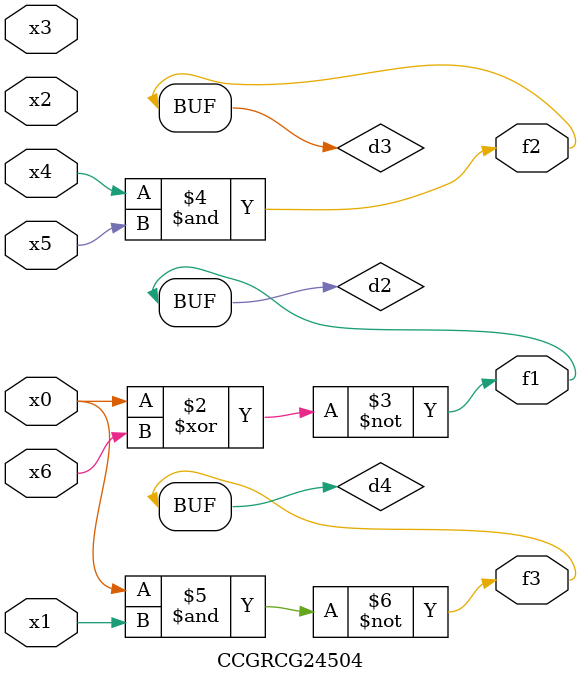
<source format=v>
module CCGRCG24504(
	input x0, x1, x2, x3, x4, x5, x6,
	output f1, f2, f3
);

	wire d1, d2, d3, d4;

	nor (d1, x0);
	xnor (d2, x0, x6);
	and (d3, x4, x5);
	nand (d4, x0, x1);
	assign f1 = d2;
	assign f2 = d3;
	assign f3 = d4;
endmodule

</source>
